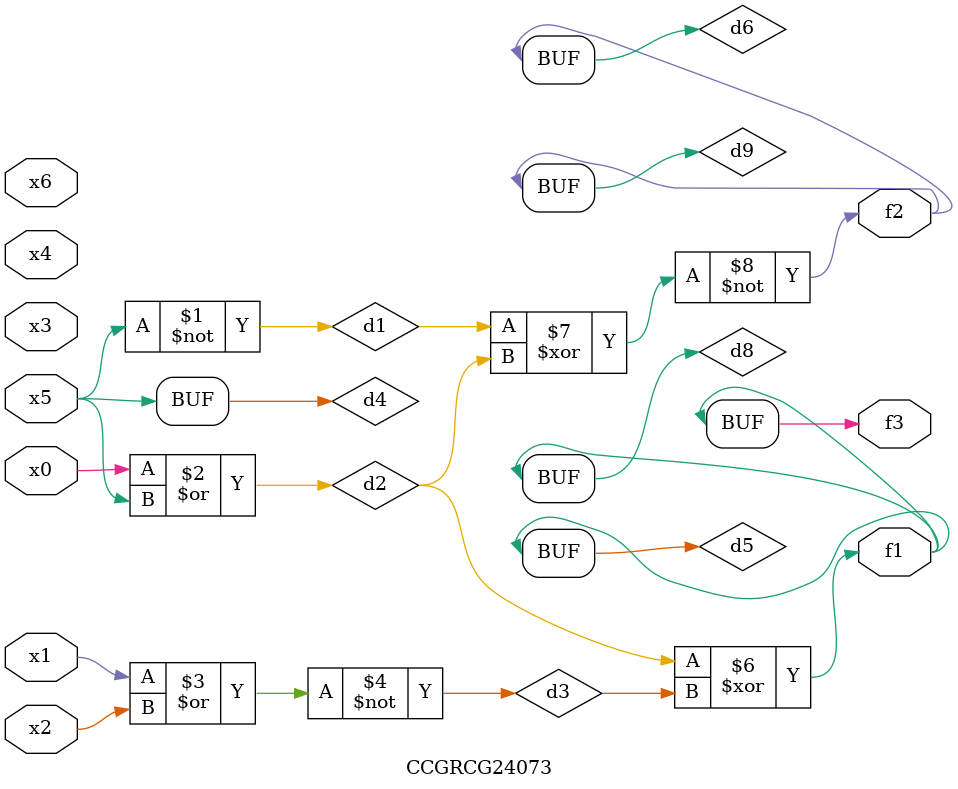
<source format=v>
module CCGRCG24073(
	input x0, x1, x2, x3, x4, x5, x6,
	output f1, f2, f3
);

	wire d1, d2, d3, d4, d5, d6, d7, d8, d9;

	nand (d1, x5);
	or (d2, x0, x5);
	nor (d3, x1, x2);
	xnor (d4, d1);
	xor (d5, d2, d3);
	xnor (d6, d1, d2);
	not (d7, x4);
	buf (d8, d5);
	xor (d9, d6);
	assign f1 = d8;
	assign f2 = d9;
	assign f3 = d8;
endmodule

</source>
